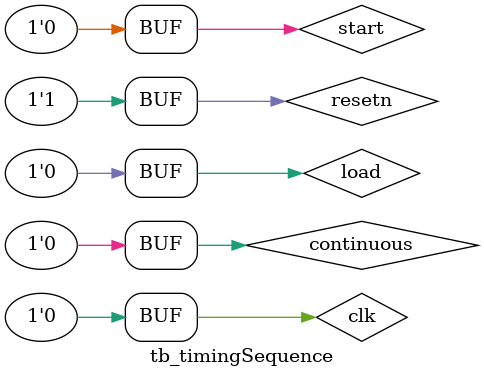
<source format=v>
`timescale 1ns / 1ps


module tb_timingSequence();

reg clk, resetn, start, load;



parameter index_length = 6;
parameter index_AO_length = 3;
//parameter continuous = 1;
parameter repeat_number = 3;

reg continuous;
initial begin
  continuous = 0; #20000;
  continuous = 0; #50;
end

wire ram_clk;
wire [31:0] ram_timing;
wire [31:0] ram_DO;
wire [31:0] ram_AO;
wire [31:0] ram_AO_addr;
wire signed [31:0] ram_AO_start_step_c0; 
wire signed [31:0] ram_AO_start_step_c1; 
wire signed [31:0] ram_AO_start_step_c2; 
wire signed [31:0] ram_AO_start_step_c3; 
wire signed [31:0] ram_AO_start_step_c4; 
wire signed [31:0] ram_AO_start_step_c5; 
wire signed [31:0] ram_AO_start_step_c6; 
wire signed [31:0] ram_AO_start_step_c7; 
wire        [1:0]  ram_AO_type_c0;
wire        [1:0]  ram_AO_type_c1;
wire        [1:0]  ram_AO_type_c2;
wire        [1:0]  ram_AO_type_c3;
wire        [1:0]  ram_AO_type_c4;
wire        [1:0]  ram_AO_type_c5;
wire        [1:0]  ram_AO_type_c6;
wire        [1:0]  ram_AO_type_c7;
wire [31:0] ram_addr;
wire        ram_we;
wire        ram_en;
wire        ram_resett;
wire [31:0] DO;
wire [15:0] AO_c0;
wire [15:0] AO_c1;
wire [15:0] AO_c2;
wire [15:0] AO_c3;
wire [15:0] AO_c4;
wire [15:0] AO_c5;
wire [15:0] AO_c6;
wire [15:0] AO_c7;

always begin
  clk = 1; #5;
  clk = 0; #5;
end


initial begin
  //resetn = 1; #20;
  resetn = 0; #20;
  resetn = 1; #20;
end

initial begin
  load = 0; #60;
  load = 1; #60;
  load = 0; #60;
end

initial begin
  start = 0; #100;
  start = 1; #100;
  start = 0; #20000;
  start = 1; #100; //simulate another restart
  start = 0; #200;
end

timingSequence inst_timingSequence(
  .clk          (clk),
  .resetn       (resetn),
  //from AXI-lite (PC)
  .index_length (index_length),
  //.index_AO_length (index_AO_length),
  .continuous   (continuous),
  .load         (load),
  .start        (start),
  .repeat_number(repeat_number),
  //to RAMs
  .ram_clk      (ram_clk),
  .ram_timing   (ram_timing),
  .ram_DO       (ram_DO),
  .ram_addr     (ram_addr),
  .ram_we       (ram_we),
  .ram_en       (ram_en),
  .ram_reset    (ram_reset),
  .ram_AO_start_step_c0(ram_AO_start_step_c0),
  .ram_AO_start_step_c1(ram_AO_start_step_c1),
  .ram_AO_start_step_c2(ram_AO_start_step_c2),
  .ram_AO_start_step_c3(ram_AO_start_step_c3),
  .ram_AO_start_step_c4(ram_AO_start_step_c4),
  .ram_AO_start_step_c5(ram_AO_start_step_c5),
  .ram_AO_start_step_c6(ram_AO_start_step_c6),
  .ram_AO_start_step_c7(ram_AO_start_step_c7),
  .ram_AO_type_c0(ram_AO_type_c0),
  .ram_AO_type_c1(ram_AO_type_c1),
  .ram_AO_type_c2(ram_AO_type_c2),
  .ram_AO_type_c3(ram_AO_type_c3),
  .ram_AO_type_c4(ram_AO_type_c4),
  .ram_AO_type_c5(ram_AO_type_c5),
  .ram_AO_type_c6(ram_AO_type_c6),
  .ram_AO_type_c7(ram_AO_type_c7),
  .ram_AO_addr(ram_AO_addr),
  //to ports
  .DO              (DO),
  .AO_c0           (AO_c0),
  .AO_c1           (AO_c1),
  .AO_c2           (AO_c2),
  .AO_c3           (AO_c3),
  .AO_c4           (AO_c4),
  .AO_c5           (AO_c5),
  .AO_c6           (AO_c6),
  .AO_c7           (AO_c7)
    );

ramSimulation #(
  .index_length(index_length) 
) inst_ramSimulation
(
  .ram_clk   (ram_clk),
  .ram_timing(ram_timing),
  .ram_DO    (ram_DO),
  .ram_AO_start_step_c0(ram_AO_start_step_c0),
  .ram_AO_start_step_c1(ram_AO_start_step_c1),
  .ram_AO_start_step_c2(ram_AO_start_step_c2),
  .ram_AO_start_step_c3(ram_AO_start_step_c3),
  .ram_AO_start_step_c4(ram_AO_start_step_c4),
  .ram_AO_start_step_c5(ram_AO_start_step_c5),
  .ram_AO_start_step_c6(ram_AO_start_step_c6),
  .ram_AO_start_step_c7(ram_AO_start_step_c7),
  .ram_AO_type_c0(ram_AO_type_c0),
  .ram_AO_type_c1(ram_AO_type_c1),
  .ram_AO_type_c2(ram_AO_type_c2),
  .ram_AO_type_c3(ram_AO_type_c3),
  .ram_AO_type_c4(ram_AO_type_c4),
  .ram_AO_type_c5(ram_AO_type_c5),
  .ram_AO_type_c6(ram_AO_type_c6),
  .ram_AO_type_c7(ram_AO_type_c7),
  .ram_AO_addr (ram_AO_addr),
  .ram_addr  (ram_addr), 
  .ram_we    (ram_we),
  .ram_en    (ram_en),
  .ram_reset (ram_reset)
);

endmodule

</source>
